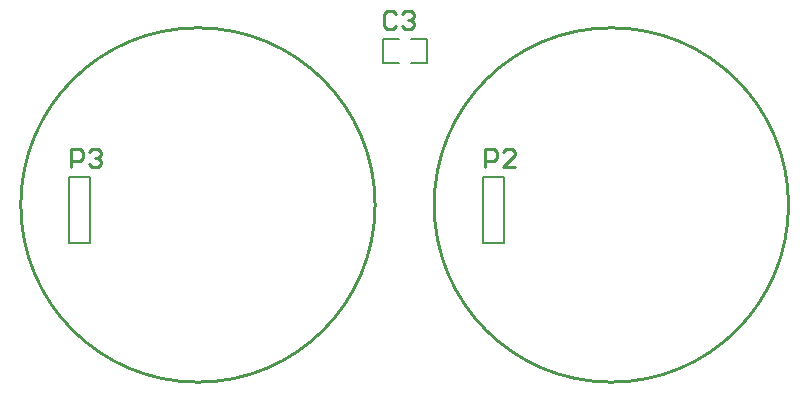
<source format=gto>
G04*
G04 #@! TF.GenerationSoftware,Altium Limited,Altium Designer,22.0.2 (36)*
G04*
G04 Layer_Color=65535*
%FSLAX25Y25*%
%MOIN*%
G70*
G04*
G04 #@! TF.SameCoordinates,06193FC8-5D6C-4A92-8117-1C24C744AA4C*
G04*
G04*
G04 #@! TF.FilePolarity,Positive*
G04*
G01*
G75*
%ADD10C,0.01000*%
%ADD11C,0.00787*%
D10*
X127953Y0D02*
G03*
X127953Y0I-59055J0D01*
G01*
X-9843D02*
G03*
X-9843Y0I-59055J0D01*
G01*
X-2777Y63624D02*
X-3776Y64623D01*
X-5776D01*
X-6775Y63624D01*
Y59625D01*
X-5776Y58625D01*
X-3776D01*
X-2777Y59625D01*
X-777Y63624D02*
X222Y64623D01*
X2222D01*
X3221Y63624D01*
Y62624D01*
X2222Y61624D01*
X1222D01*
X2222D01*
X3221Y60625D01*
Y59625D01*
X2222Y58625D01*
X222D01*
X-777Y59625D01*
X26625Y12825D02*
Y18823D01*
X29624D01*
X30623Y17824D01*
Y15824D01*
X29624Y14825D01*
X26625D01*
X36622Y12825D02*
X32623D01*
X36622Y16824D01*
Y17824D01*
X35622Y18823D01*
X33623D01*
X32623Y17824D01*
X-111175Y12825D02*
Y18823D01*
X-108176D01*
X-107176Y17824D01*
Y15824D01*
X-108176Y14825D01*
X-111175D01*
X-105177Y17824D02*
X-104177Y18823D01*
X-102178D01*
X-101178Y17824D01*
Y16824D01*
X-102178Y15824D01*
X-103178D01*
X-102178D01*
X-101178Y14825D01*
Y13825D01*
X-102178Y12825D01*
X-104177D01*
X-105177Y13825D01*
D11*
X-7300Y55183D02*
X-1969D01*
X-7300Y47183D02*
X-1969D01*
X-7350Y47246D02*
Y55120D01*
X7400Y47246D02*
Y55120D01*
X1969Y55183D02*
X7400D01*
X1969Y47183D02*
X7400D01*
X-111811Y-12638D02*
Y9449D01*
X-104724D01*
Y-12638D02*
Y9449D01*
X-111811Y-12638D02*
X-104724D01*
X25984D02*
Y9449D01*
X33071D01*
Y-12638D02*
Y9449D01*
X25984Y-12638D02*
X33071D01*
M02*

</source>
